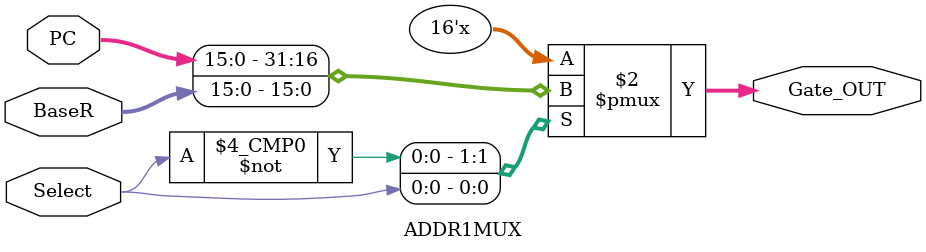
<source format=sv>
module ADDR1MUX (input logic [15:0] PC,
                                    BaseR,

                 input logic Select, // ADDR1MUX control signal
                 output logic [15:0] Gate_OUT // To ADDR
);

    always_comb begin
          Gate_OUT = 16'hxxxx;
          case(Select) // Check to make sure selction is correct.
              1'b0 : Gate_OUT = PC;
              1'b1 : Gate_OUT = BaseR;
              default : Gate_OUT = 16'hxxxx;
          endcase
    end

endmodule

</source>
